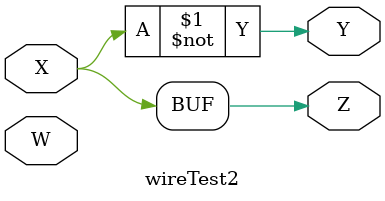
<source format=v>
module wireTest2 (W, X, Y, Z);

    input W;
    input X;
    output Y;
    output Z;

    assign Y = ~X;
    assign Z = ~Y;

endmodule
</source>
